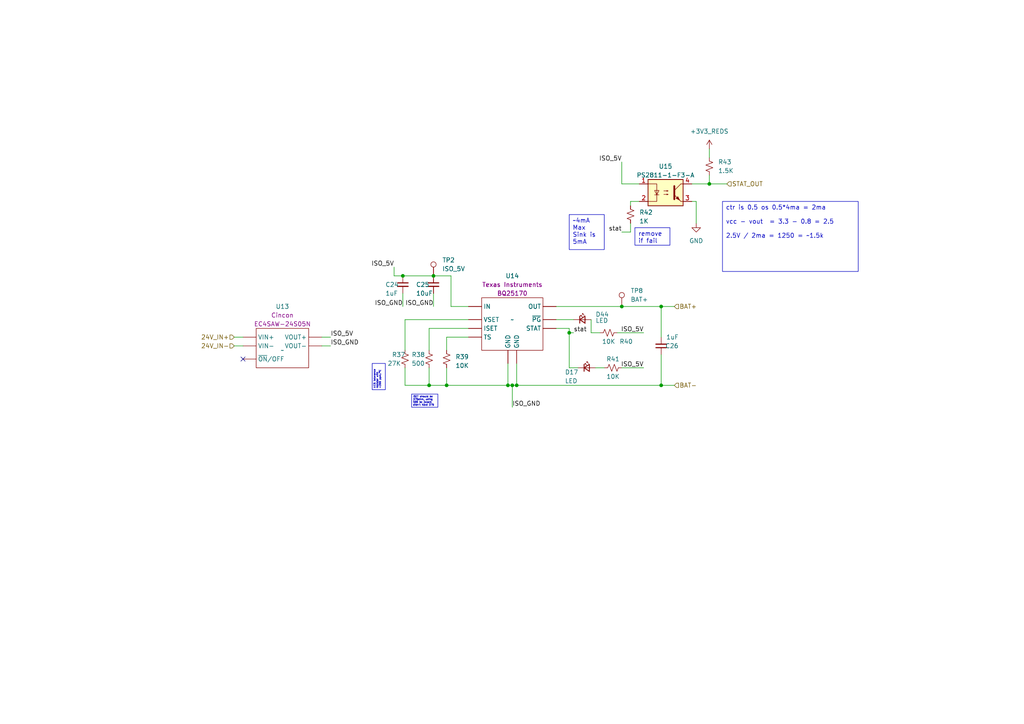
<source format=kicad_sch>
(kicad_sch (version 20250114) (generator "eeschema") (generator_version "9.0")
  (paper "A4")
  (lib_symbols
    (symbol "BQ25170_1" (pin_numbers (hide yes))
      (property "Reference" "U" (at 0 8.89 0))
      (property "Manufacturer" "TI" (at 0 0 0))
      (property "Part #" "BQ25170" (at 0 0 0))
      (symbol "BQ25170_1_0_1"
        (rectangle (start -8.89 7.62) (end 8.89 -7.62))
      )
      (symbol "BQ25170_1_1_1"
        (pin power_in line (at -12.7 5.08 0) (length 3.81) (name "IN") (number "1"))
        (pin input line (at -12.7 1.27 0) (length 3.81) (name "VSET") (number "7"))
        (pin input line (at -12.7 -1.27 0) (length 3.81) (name "ISET") (number "2"))
        (pin input line (at -12.7 -3.81 0) (length 3.81) (name "TS") (number "3"))
        (pin power_in line (at -1.27 -11.43 90) (length 3.81) (name "GND") (number "4"))
        (pin power_in line (at 1.27 -11.43 90) (length 3.81) (name "GND") (number "9"))
        (pin power_out line (at 12.7 5.08 180) (length 3.81) (name "OUT") (number "8"))
        (pin output line (at 12.7 1.27 180) (length 3.81) (name "~{PG}") (number "6"))
        (pin output line (at 12.7 -1.27 180) (length 3.81) (name "STAT") (number "5"))
      )
    )
    (symbol "Connector:TestPoint" (pin_numbers (hide yes)) (pin_names (offset 0.762) (hide yes))
      (property "Reference" "TP" (at 0 6.858 0))
      (property "Value" "TestPoint" (at 0 5.08 0))
      (symbol "TestPoint_0_1"
        (circle (center 0 3.302) (radius 0.762))
      )
      (symbol "TestPoint_1_1"
        (pin passive line (at 0 0 90) (length 2.54) (name "1") (number "1"))
      )
    )
    (symbol "Device:C_Small" (pin_numbers (hide yes)) (pin_names (offset 0.254) (hide yes))
      (property "Reference" "C" (at 0.254 1.778 0))
      (property "Value" "C_Small" (at 0.254 -2.032 0))
      (symbol "C_Small_0_1"
        (polyline (pts (xy -1.524 0.508) (xy 1.524 0.508)) (stroke (width 0.3048)))
        (polyline (pts (xy -1.524 -0.508) (xy 1.524 -0.508)) (stroke (width 0.3302)))
      )
      (symbol "C_Small_1_1"
        (pin passive line (at 0 2.54 270) (length 2.032) (name "~") (number "1"))
        (pin passive line (at 0 -2.54 90) (length 2.032) (name "~") (number "2"))
      )
    )
    (symbol "Device:LED_Small" (pin_numbers (hide yes)) (pin_names (offset 0.254) (hide yes))
      (property "Reference" "D" (at -1.27 3.175 0))
      (property "Value" "LED_Small" (at -4.445 -2.54 0))
      (symbol "LED_Small_0_1"
        (polyline (pts (xy -0.762 -1.016) (xy -0.762 1.016)) (stroke (width 0.254)))
        (polyline (pts (xy 0 0.762) (xy -0.508 1.27) (xy -0.254 1.27) (xy -0.508 1.27) (xy -0.508 1.016)))
        (polyline (pts (xy 0.508 1.27) (xy 0 1.778) (xy 0.254 1.778) (xy 0 1.778) (xy 0 1.524)))
        (polyline (pts (xy 0.762 -1.016) (xy -0.762 0) (xy 0.762 1.016) (xy 0.762 -1.016)) (stroke (width 0.254)))
        (polyline (pts (xy 1.016 0) (xy -0.762 0)))
      )
      (symbol "LED_Small_1_1"
        (pin passive line (at -2.54 0 0) (length 1.778) (name "K") (number "1"))
        (pin passive line (at 2.54 0 180) (length 1.778) (name "A") (number "2"))
      )
    )
    (symbol "Device:R_Small_US" (pin_numbers (hide yes)) (pin_names (offset 0.254) (hide yes))
      (property "Reference" "R" (at 0.762 0.508 0))
      (property "Value" "R_Small_US" (at 0.762 -1.016 0))
      (symbol "R_Small_US_1_1"
        (polyline (pts (xy 0 1.524) (xy 1.016 1.143) (xy 0 0.762) (xy -1.016 0.381) (xy 0 0)))
        (polyline (pts (xy 0 0) (xy 1.016 -0.381) (xy 0 -0.762) (xy -1.016 -1.143) (xy 0 -1.524)))
        (pin passive line (at 0 2.54 270) (length 1.016) (name "~") (number "1"))
        (pin passive line (at 0 -2.54 90) (length 1.016) (name "~") (number "2"))
      )
    )
    (symbol "Isolator:VO615A-1" (pin_names (offset 0.762))
      (property "Reference" "U" (at 0 7.62 0))
      (property "Value" "VO615A-1" (at 0 5.08 0))
      (symbol "VO615A-1_0_1"
        (rectangle (start -5.08 3.81) (end 5.08 -3.81) (stroke (width 0.254)) (fill (type background)))
        (polyline (pts (xy -5.08 2.54) (xy -2.54 2.54) (xy -2.54 -2.54) (xy -5.08 -2.54)))
        (polyline (pts (xy -3.175 -0.635) (xy -1.905 -0.635)))
        (polyline (pts (xy -2.54 -0.635) (xy -3.175 0.635) (xy -1.905 0.635) (xy -2.54 -0.635)))
        (polyline (pts (xy -0.508 0.508) (xy 0.762 0.508) (xy 0.381 0.381) (xy 0.381 0.635) (xy 0.762 0.508)))
        (polyline (pts (xy -0.508 -0.508) (xy 0.762 -0.508) (xy 0.381 -0.635) (xy 0.381 -0.381) (xy 0.762 -0.508)))
        (polyline (pts (xy 2.54 1.905) (xy 2.54 -1.905) (xy 2.54 -1.905)) (stroke (width 0.508)))
        (polyline (pts (xy 2.54 0.635) (xy 4.445 2.54)))
        (polyline (pts (xy 3.048 -1.651) (xy 3.556 -1.143) (xy 4.064 -2.159) (xy 3.048 -1.651) (xy 3.048 -1.651)) (fill (type outline)))
        (polyline (pts (xy 4.445 2.54) (xy 5.08 2.54)))
        (polyline (pts (xy 4.445 -2.54) (xy 2.54 -0.635)) (fill (type outline)))
        (polyline (pts (xy 4.445 -2.54) (xy 5.08 -2.54)))
      )
      (symbol "VO615A-1_1_1"
        (pin passive line (at -7.62 2.54 0) (length 2.54) (name "~") (number "1"))
        (pin passive line (at -7.62 -2.54 0) (length 2.54) (name "~") (number "2"))
        (pin passive line (at 7.62 2.54 180) (length 2.54) (name "~") (number "4"))
        (pin passive line (at 7.62 -2.54 180) (length 2.54) (name "~") (number "3"))
      )
    )
    (symbol "UCIRP-KiCAD-Lib:EC4SAW-xxSxxN" (pin_numbers (hide yes))
      (property "Reference" "U" (at 0 6.35 0))
      (property "Manufacturer" "Cincon" (at 0 0 0))
      (property "Part #" "EC4SAW-xxSxxN" (at 0 0 0))
      (symbol "EC4SAW-xxSxxN_0_1"
        (rectangle (start -7.62 5.08) (end 7.62 -6.35))
      )
      (symbol "EC4SAW-xxSxxN_1_1"
        (pin power_in line (at -11.43 2.54 0) (length 3.81) (name "VIN+") (number "2"))
        (pin power_in line (at -11.43 0 0) (length 3.81) (name "VIN-") (number "1"))
        (pin input line (at -11.43 -3.81 0) (length 3.81) (name "~{ON}/OFF") (number "3"))
        (pin no_connect line (at 0 0 0) (length 3.81) (hide yes) (name "") (number "5"))
        (pin no_connect line (at 0 0 0) (length 3.81) (hide yes) (name "") (number "8"))
        (pin power_out line (at 11.43 2.54 180) (length 3.81) (name "VOUT+") (number "6"))
        (pin power_out line (at 11.43 0 180) (length 3.81) (name "VOUT-") (number "7"))
      )
    )
    (symbol "power:+3V3" (power) (pin_numbers (hide yes)) (pin_names (offset 0) (hide yes))
      (property "Value" "+3V3" (at 0 3.556 0))
      (symbol "+3V3_0_1"
        (polyline (pts (xy -0.762 1.27) (xy 0 2.54)))
        (polyline (pts (xy 0 2.54) (xy 0.762 1.27)))
        (polyline (pts (xy 0 0) (xy 0 2.54)))
      )
      (symbol "+3V3_1_1"
        (pin power_in line (at 0 0 90) (length 0) (name "~") (number "1"))
      )
    )
    (symbol "power:GND" (power) (pin_numbers (hide yes)) (pin_names (offset 0) (hide yes))
      (property "Value" "GND" (at 0 -3.81 0))
      (symbol "GND_0_1"
        (polyline (pts (xy 0 0) (xy 0 -1.27) (xy 1.27 -1.27) (xy 0 -2.54) (xy -1.27 -1.27) (xy 0 -1.27)))
      )
      (symbol "GND_1_1"
        (pin power_in line (at 0 0 270) (length 0) (name "~") (number "1"))
      )
    )
  )
  (text_box "remove if fail" (at 184.15 66.04 0) (size 10.16 5.08) (margins 0.9525 0.9525 0.9525 0.9525) (effects (font (size 1.27 1.27)) (justify left top)))
  (text_box "ctr is 0.5 os 0.5*4ma = 2ma\n\nvcc - vout  = 3.3 - 0.8 = 2.5\n\n2.5V / 2ma = 1250 = ~1.5k" (at 209.55 58.42 0) (size 39.37 20.32) (margins 0.9525 0.9525 0.9525 0.9525) (effects (font (size 1.27 1.27)) (justify left top)))
  (text_box "ISET should be 375ohm, using 500 bc jlcpcb didn't have 375" (at 119.38 114.3 0) (size 7.62 3.81) (margins 0.375 0.375 0.375 0.375) (effects (font (size 0.5 0.5)) (justify left top)))
  (text_box "~4mA\nMax Sink is 5mA" (at 165.1 62.23 0) (size 10.16 10.16) (margins 0.9525 0.9525 0.9525 0.9525) (effects (font (size 1.27 1.27)) (justify left top)))
  (text_box "±1% tolerance resistor with <200 ppm/ºC" (at 107.95 105.41 90) (size 3.81 7.62) (margins 0.375 0.375 0.375 0.375) (effects (font (size 0.5 0.5)) (justify left top)))
  (junction (at 129.54 111.76))
  (junction (at 180.34 88.9))
  (junction (at 149.86 111.76))
  (junction (at 147.32 111.76))
  (junction (at 191.77 88.9))
  (junction (at 205.74 53.34))
  (junction (at 148.59 111.76))
  (junction (at 191.77 111.76))
  (junction (at 124.46 111.76))
  (junction (at 125.73 80.01))
  (junction (at 165.1 96.52))
  (junction (at 116.84 80.01))
  (no_connect (at 70.485 104.14))
  (wire (pts (xy 171.45 92.71) (xy 171.45 96.52)))
  (wire (pts (xy 129.54 111.76) (xy 147.32 111.76)))
  (wire (pts (xy 147.32 111.76) (xy 148.59 111.76)))
  (wire (pts (xy 182.88 64.77) (xy 182.88 67.31)))
  (wire (pts (xy 165.1 96.52) (xy 165.1 106.68)))
  (wire (pts (xy 148.59 111.76) (xy 148.59 118.11)))
  (wire (pts (xy 149.86 105.41) (xy 149.86 111.76)))
  (wire (pts (xy 180.34 106.68) (xy 186.69 106.68)))
  (wire (pts (xy 165.1 95.25) (xy 165.1 96.52)))
  (wire (pts (xy 125.73 85.09) (xy 125.73 88.9)))
  (wire (pts (xy 117.475 92.71) (xy 117.475 101.6)))
  (wire (pts (xy 125.73 80.01) (xy 130.81 80.01)))
  (wire (pts (xy 165.1 106.68) (xy 167.64 106.68)))
  (wire (pts (xy 185.42 58.42) (xy 182.88 58.42)))
  (wire (pts (xy 124.46 95.25) (xy 135.89 95.25)))
  (wire (pts (xy 161.29 92.71) (xy 166.37 92.71)))
  (wire (pts (xy 161.29 95.25) (xy 165.1 95.25)))
  (wire (pts (xy 67.945 100.33) (xy 70.485 100.33)))
  (wire (pts (xy 179.07 96.52) (xy 186.69 96.52)))
  (wire (pts (xy 129.54 97.79) (xy 129.54 101.6)))
  (wire (pts (xy 130.81 80.01) (xy 130.81 88.9)))
  (wire (pts (xy 117.475 111.76) (xy 124.46 111.76)))
  (wire (pts (xy 116.84 80.01) (xy 125.73 80.01)))
  (wire (pts (xy 124.46 106.68) (xy 124.46 111.76)))
  (wire (pts (xy 166.37 96.52) (xy 165.1 96.52)))
  (wire (pts (xy 191.77 111.76) (xy 195.58 111.76)))
  (wire (pts (xy 172.72 106.68) (xy 175.26 106.68)))
  (wire (pts (xy 191.77 102.87) (xy 191.77 111.76)))
  (wire (pts (xy 180.34 46.99) (xy 180.34 53.34)))
  (wire (pts (xy 114.3 77.47) (xy 114.3 80.01)))
  (wire (pts (xy 135.89 92.71) (xy 117.475 92.71)))
  (wire (pts (xy 205.74 43.18) (xy 205.74 45.72)))
  (wire (pts (xy 129.54 106.68) (xy 129.54 111.76)))
  (wire (pts (xy 200.66 58.42) (xy 201.93 58.42)))
  (wire (pts (xy 191.77 88.9) (xy 191.77 97.79)))
  (wire (pts (xy 117.475 106.68) (xy 117.475 111.76)))
  (wire (pts (xy 182.88 58.42) (xy 182.88 59.69)))
  (wire (pts (xy 149.86 111.76) (xy 191.77 111.76)))
  (wire (pts (xy 180.34 53.34) (xy 185.42 53.34)))
  (wire (pts (xy 116.84 88.9) (xy 116.84 85.09)))
  (wire (pts (xy 93.345 100.33) (xy 95.885 100.33)))
  (wire (pts (xy 148.59 111.76) (xy 149.86 111.76)))
  (wire (pts (xy 124.46 95.25) (xy 124.46 101.6)))
  (wire (pts (xy 147.32 105.41) (xy 147.32 111.76)))
  (wire (pts (xy 130.81 88.9) (xy 135.89 88.9)))
  (wire (pts (xy 171.45 96.52) (xy 173.99 96.52)))
  (wire (pts (xy 93.345 97.79) (xy 95.885 97.79)))
  (wire (pts (xy 161.29 88.9) (xy 180.34 88.9)))
  (wire (pts (xy 205.74 53.34) (xy 210.82 53.34)))
  (wire (pts (xy 114.3 80.01) (xy 116.84 80.01)))
  (wire (pts (xy 135.89 97.79) (xy 129.54 97.79)))
  (wire (pts (xy 191.77 88.9) (xy 195.58 88.9)))
  (wire (pts (xy 67.945 97.79) (xy 70.485 97.79)))
  (wire (pts (xy 205.74 50.8) (xy 205.74 53.34)))
  (wire (pts (xy 182.88 67.31) (xy 180.34 67.31)))
  (wire (pts (xy 124.46 111.76) (xy 129.54 111.76)))
  (wire (pts (xy 180.34 88.9) (xy 191.77 88.9)))
  (wire (pts (xy 201.93 58.42) (xy 201.93 64.77)))
  (wire (pts (xy 205.74 53.34) (xy 200.66 53.34)))
  (label "ISO_5V" (at 186.69 106.68 180))
  (label "ISO_GND" (at 148.59 118.11 0))
  (label "ISO_GND" (at 125.73 88.9 180))
  (label "ISO_5V" (at 114.3 77.47 180))
  (label "ISO_GND" (at 95.885 100.33 0))
  (label "stat" (at 166.37 96.52 0))
  (label "ISO_GND" (at 116.84 88.9 180))
  (label "ISO_5V" (at 95.885 97.79 0))
  (label "stat" (at 180.34 67.31 180))
  (label "ISO_5V" (at 180.34 46.99 180))
  (label "ISO_5V" (at 186.69 96.52 180))
  (hierarchical_label "24V_IN+" (shape input) (at 67.945 97.79 180))
  (hierarchical_label "STAT_OUT" (shape input) (at 210.82 53.34 0))
  (hierarchical_label "BAT-" (shape input) (at 195.58 111.76 0))
  (hierarchical_label "24V_IN-" (shape input) (at 67.945 100.33 180))
  (hierarchical_label "BAT+" (shape input) (at 195.58 88.9 0))
  (symbol (lib_id "power:+3V3") (at 205.74 43.18 0) (unit 1)
    (property "Reference" "#PWR035" (effects (hide yes)))
    (property "Value" "+3V3_REDS" (at 205.74 38.1 0))
    (property "Description" "Power symbol creates a global label with name \"+3V3\"" (effects (hide yes)))
    (instances (project "rocket2-ecu" (path "" (reference "#PWR036") (unit 1)) (path "" (reference "#PWR035") (unit 1)) (path "" (reference "#PWR088") (unit 1)) (path "" (reference "#PWR039") (unit 1)) (path "" (reference "#PWR038") (unit 1)) (path "" (reference "#PWR037") (unit 1))))
  )
  (symbol (lib_id "Device:R_Small_US") (at 182.88 62.23 0) (unit 1)
    (property "Reference" "R35" (at 185.42 61.595 0) (effects (justify left)))
    (property "Value" "1K" (at 185.42 64.135 0) (effects (justify left)))
    (property "Footprint" "Resistor_SMD:R_0402_1005Metric" (effects (hide yes)))
    (property "Description" "Resistor, small US symbol" (effects (hide yes)))
    (property "Part #" "Generic RES SMD 1K OHM 1% 1/16W 0402" (effects (hide yes)))
    (property "Manufacturer" "Generic" (effects (hide yes)))
    (instances (project "rocket2-ecu" (path "" (reference "R42") (unit 1)) (path "" (reference "R35") (unit 1)) (path "" (reference "R70") (unit 1)) (path "" (reference "R63") (unit 1)) (path "" (reference "R56") (unit 1)) (path "" (reference "R49") (unit 1))))
  )
  (symbol (lib_id "power:GND") (at 201.93 64.77 0) (unit 1)
    (property "Reference" "#PWR087" (effects (hide yes)))
    (property "Value" "GND" (at 201.93 69.85 0))
    (property "Description" "Power symbol creates a global label with name \"GND\" , ground" (effects (hide yes)))
    (instances (project "rocket2-ecu" (path "" (reference "#PWR089") (unit 1)) (path "" (reference "#PWR087") (unit 1)) (path "" (reference "#PWR097") (unit 1)) (path "" (reference "#PWR095") (unit 1)) (path "" (reference "#PWR093") (unit 1)) (path "" (reference "#PWR091") (unit 1))))
  )
  (symbol (lib_id "Connector:TestPoint") (at 180.34 88.9 0) (unit 1)
    (property "Reference" "TP7" (at 182.88 84.3279 0) (effects (justify left)))
    (property "Value" "BAT+" (at 182.88 86.8679 0) (effects (justify left)))
    (property "Footprint" "TestPoint:TestPoint_Plated_Hole_D2.0mm" (effects (hide yes)))
    (property "Description" "test point" (effects (hide yes)))
    (instances (project "rocket2-ecu" (path "" (reference "TP8") (unit 1)) (path "" (reference "TP7") (unit 1)) (path "" (reference "TP12") (unit 1)) (path "" (reference "TP11") (unit 1)) (path "" (reference "TP10") (unit 1)) (path "" (reference "TP9") (unit 1))))
  )
  (symbol (lib_id "UCIRP-KiCAD-Lib:EC4SAW-xxSxxN") (at 81.915 100.33 0) (unit 1)
    (property "Reference" "U10" (at 81.915 88.9 0))
    (property "Value" "~" (at 81.915 101.6 0))
    (property "Footprint" "0UCIRP-KiCAD-Lib:EC4SAW-xxSxxN" (effects (hide yes)))
    (property "Datasheet" "https://www.cincon.com/productdownload/Datasheet-EC4SAW-series.pdf" (effects (hide yes)))
    (property "Manufacturer" "Cincon" (at 81.915 91.44 0))
    (property "Part #" "EC4SAW-24S05N" (at 81.915 93.98 0))
    (instances (project "rocket2-ecu" (path "" (reference "U13") (unit 1)) (path "" (reference "U10") (unit 1)) (path "" (reference "U25") (unit 1)) (path "" (reference "U22") (unit 1)) (path "" (reference "U19") (unit 1)) (path "" (reference "U16") (unit 1))) (project "rocket2-battery" (path "" (reference "U6") (unit 1)) (path "" (reference "U4") (unit 1)) (path "" (reference "U14") (unit 1)) (path "" (reference "U12") (unit 1)) (path "" (reference "U10") (unit 1)) (path "" (reference "U8") (unit 1))))
  )
  (symbol (lib_id "Device:R_Small_US") (at 176.53 96.52 90) (unit 1)
    (property "Reference" "R33" (at 181.61 99.06 90))
    (property "Value" "10K" (at 176.53 99.06 90))
    (property "Footprint" "Resistor_SMD:R_0402_1005Metric" (effects (hide yes)))
    (property "Description" "Resistor, small US symbol" (effects (hide yes)))
    (property "Manufacturer" "Generic" (effects (hide yes)))
    (property "Part #" "Generic RES SMD 10K OHM 1% 1/4W 0402" (effects (hide yes)))
    (instances (project "rocket2-ecu" (path "" (reference "R40") (unit 1)) (path "" (reference "R33") (unit 1)) (path "" (reference "R68") (unit 1)) (path "" (reference "R61") (unit 1)) (path "" (reference "R54") (unit 1)) (path "" (reference "R47") (unit 1))) (project "rocket2-battery" (path "" (reference "R27") (unit 1)) (path "" (reference "R21") (unit 1)) (path "" (reference "R51") (unit 1)) (path "" (reference "R45") (unit 1)) (path "" (reference "R39") (unit 1)) (path "" (reference "R33") (unit 1))))
  )
  (symbol (lib_id "Connector:TestPoint") (at 125.73 80.01 0) (unit 1)
    (property "Reference" "TP1" (at 128.27 75.4379 0) (effects (justify left)))
    (property "Value" "ISO_5V" (at 128.27 77.9779 0) (effects (justify left)))
    (property "Footprint" "TestPoint:TestPoint_Plated_Hole_D2.0mm" (effects (hide yes)))
    (property "Description" "test point" (effects (hide yes)))
    (instances (project "" (path "" (reference "TP2") (unit 1)) (path "" (reference "TP1") (unit 1)) (path "" (reference "TP6") (unit 1)) (path "" (reference "TP5") (unit 1)) (path "" (reference "TP4") (unit 1)) (path "" (reference "TP3") (unit 1))))
  )
  (symbol (lib_id "Device:C_Small") (at 116.84 82.55 0) (unit 1)
    (property "Reference" "C21" (at 111.76 82.55 0) (effects (justify left)))
    (property "Value" "1uF" (at 111.76 85.09 0) (effects (justify left)))
    (property "Footprint" "Capacitor_SMD:C_0603_1608Metric" (effects (hide yes)))
    (property "Description" "Unpolarized capacitor, small symbol" (effects (hide yes)))
    (property "Manufacturer" "Generic" (effects (hide yes)))
    (property "Part #" "Generic CAP CER 1UF 50V X7R 0603" (effects (hide yes)))
    (instances (project "rocket2-ecu" (path "" (reference "C24") (unit 1)) (path "" (reference "C21") (unit 1)) (path "" (reference "C36") (unit 1)) (path "" (reference "C33") (unit 1)) (path "" (reference "C30") (unit 1)) (path "" (reference "C27") (unit 1))) (project "rocket2-battery" (path "" (reference "C1") (unit 1)) (path "" (reference "C14") (unit 1)) (path "" (reference "C11") (unit 1)) (path "" (reference "C26") (unit 1)) (path "" (reference "C23") (unit 1)) (path "" (reference "C20") (unit 1)) (path "" (reference "C17") (unit 1))))
  )
  (symbol (lib_id "Device:C_Small") (at 191.77 100.33 180) (unit 1)
    (property "Reference" "C23" (at 196.85 100.33 0) (effects (justify left)))
    (property "Value" "1uF" (at 196.85 97.79 0) (effects (justify left)))
    (property "Footprint" "Capacitor_SMD:C_0603_1608Metric" (effects (hide yes)))
    (property "Description" "Unpolarized capacitor, small symbol" (effects (hide yes)))
    (property "Manufacturer" "Generic" (effects (hide yes)))
    (property "Part #" "Generic CAP CER 1UF 50V X7R 0603" (effects (hide yes)))
    (instances (project "rocket2-ecu" (path "" (reference "C26") (unit 1)) (path "" (reference "C23") (unit 1)) (path "" (reference "C38") (unit 1)) (path "" (reference "C35") (unit 1)) (path "" (reference "C32") (unit 1)) (path "" (reference "C29") (unit 1))) (project "rocket2-battery" (path "" (reference "C1") (unit 1)) (path "" (reference "C16") (unit 1)) (path "" (reference "C13") (unit 1)) (path "" (reference "C28") (unit 1)) (path "" (reference "C25") (unit 1)) (path "" (reference "C22") (unit 1)) (path "" (reference "C19") (unit 1))))
  )
  (symbol (lib_id "Device:R_Small_US") (at 205.74 48.26 0) (unit 1)
    (property "Reference" "R36" (at 208.28 46.9899 0) (effects (justify left)))
    (property "Value" "1.5K" (at 208.28 49.5299 0) (effects (justify left)))
    (property "Footprint" "Resistor_SMD:R_0402_1005Metric" (effects (hide yes)))
    (property "Description" "Resistor, small US symbol" (effects (hide yes)))
    (property "Part #" "Generic RES SMD 1.5K OHM 0.1% 1/16W 0402" (effects (hide yes)))
    (property "Manufacturer" "Generic" (effects (hide yes)))
    (instances (project "rocket2-ecu" (path "" (reference "R43") (unit 1)) (path "" (reference "R36") (unit 1)) (path "" (reference "R71") (unit 1)) (path "" (reference "R64") (unit 1)) (path "" (reference "R57") (unit 1)) (path "" (reference "R50") (unit 1))))
  )
  (symbol (lib_id "Isolator:VO615A-1") (at 193.04 55.88 0) (unit 1)
    (property "Reference" "U12" (at 193.04 48.26 0))
    (property "Value" "PS2811-1-F3-A" (at 193.04 50.8 0))
    (property "Footprint" "Package_SO:SOP-4_4.4x2.6mm_P1.27mm" (effects (hide yes)))
    (property "Datasheet" "http://www.vishay.com/docs/81753/vo615a.pdf" (effects (hide yes)))
    (property "Description" "DC Optocoupler, Vce 70V, CTR 40-80% @ 10mA, Viso 5000Vrms, DIP4" (effects (hide yes)))
    (property "Manufacturer" "  CEL" (effects (hide yes)))
    (property "Part #" "PS2811-1-F3-A" (effects (hide yes)))
    (instances (project "rocket2-ecu" (path "" (reference "U15") (unit 1)) (path "" (reference "U12") (unit 1)) (path "" (reference "U27") (unit 1)) (path "" (reference "U24") (unit 1)) (path "" (reference "U21") (unit 1)) (path "" (reference "U18") (unit 1))))
  )
  (symbol (lib_id "Device:R_Small_US") (at 177.8 106.68 90) (unit 1)
    (property "Reference" "R34" (at 177.8 104.14 90))
    (property "Value" "10K" (at 177.8 109.22 90))
    (property "Footprint" "Resistor_SMD:R_0402_1005Metric" (effects (hide yes)))
    (property "Description" "Resistor, small US symbol" (effects (hide yes)))
    (property "Manufacturer" "Generic" (effects (hide yes)))
    (property "Part #" "Generic RES SMD 10K OHM 1% 1/4W 0402" (effects (hide yes)))
    (instances (project "rocket2-ecu" (path "" (reference "R41") (unit 1)) (path "" (reference "R34") (unit 1)) (path "" (reference "R69") (unit 1)) (path "" (reference "R62") (unit 1)) (path "" (reference "R55") (unit 1)) (path "" (reference "R48") (unit 1))) (project "rocket2-battery" (path "" (reference "R26") (unit 1)) (path "" (reference "R20") (unit 1)) (path "" (reference "R50") (unit 1)) (path "" (reference "R44") (unit 1)) (path "" (reference "R38") (unit 1)) (path "" (reference "R32") (unit 1))))
  )
  (symbol (lib_id "Device:R_Small_US") (at 117.475 104.14 0) (unit 1)
    (property "Reference" "R30" (at 113.665 102.87 0) (effects (justify left)))
    (property "Value" "27K" (at 112.395 105.41 0) (effects (justify left)))
    (property "Footprint" "Resistor_SMD:R_0603_1608Metric" (effects (hide yes)))
    (property "Description" "Resistor, small US symbol" (effects (hide yes)))
    (property "Manufacturer" "Bourns Inc." (effects (hide yes)))
    (property "Part #" "CR0603-FX-2702ELF" (effects (hide yes)))
    (instances (project "rocket2-ecu" (path "" (reference "R37") (unit 1)) (path "" (reference "R30") (unit 1)) (path "" (reference "R65") (unit 1)) (path "" (reference "R58") (unit 1)) (path "" (reference "R51") (unit 1)) (path "" (reference "R44") (unit 1))) (project "rocket2-battery" (path "" (reference "R22") (unit 1)) (path "" (reference "R16") (unit 1)) (path "" (reference "R46") (unit 1)) (path "" (reference "R40") (unit 1)) (path "" (reference "R34") (unit 1)) (path "" (reference "R28") (unit 1))))
  )
  (symbol (lib_id "Device:LED_Small") (at 168.91 92.71 0) (unit 1)
    (property "Reference" "D43" (at 172.72 91.186 0) (effects (justify left)))
    (property "Value" "LED" (at 172.72 92.964 0) (effects (justify left)))
    (property "Footprint" "LED_SMD:LED_0603_1608Metric_Pad1.05x0.95mm_HandSolder" (effects (hide yes)))
    (property "Description" "Light emitting diode, small symbol" (effects (hide yes)))
    (property "Manufacturer" "Generic" (effects (hide yes)))
    (property "Part #" "Generic 0603 Blue LED" (effects (hide yes)))
    (property "Sim.Pin" "1=K 2=A" (effects (hide yes)))
    (instances (project "rocket2-ecu" (path "" (reference "D44") (unit 1)) (path "" (reference "D43") (unit 1)) (path "" (reference "D48") (unit 1)) (path "" (reference "D47") (unit 1)) (path "" (reference "D46") (unit 1)) (path "" (reference "D45") (unit 1))))
  )
  (symbol (lib_id "Device:R_Small_US") (at 129.54 104.14 0) (unit 1)
    (property "Reference" "R32" (at 132.08 103.505 0) (effects (justify left)))
    (property "Value" "10K" (at 132.08 106.045 0) (effects (justify left)))
    (property "Footprint" "Resistor_SMD:R_0402_1005Metric" (effects (hide yes)))
    (property "Description" "Resistor, small US symbol" (effects (hide yes)))
    (property "Manufacturer" "Generic" (effects (hide yes)))
    (property "Part #" "Generic RES SMD 10K OHM 1% 1/4W 0402" (effects (hide yes)))
    (instances (project "rocket2-ecu" (path "" (reference "R39") (unit 1)) (path "" (reference "R32") (unit 1)) (path "" (reference "R67") (unit 1)) (path "" (reference "R60") (unit 1)) (path "" (reference "R53") (unit 1)) (path "" (reference "R46") (unit 1))) (project "rocket2-battery" (path "" (reference "R25") (unit 1)) (path "" (reference "R19") (unit 1)) (path "" (reference "R49") (unit 1)) (path "" (reference "R43") (unit 1)) (path "" (reference "R37") (unit 1)) (path "" (reference "R31") (unit 1))))
  )
  (symbol (lib_id "Device:R_Small_US") (at 124.46 104.14 180) (unit 1)
    (property "Reference" "R31" (at 119.38 102.87 0) (effects (justify right)))
    (property "Value" "500" (at 119.38 105.41 0) (effects (justify right)))
    (property "Footprint" "Resistor_SMD:R_0402_1005Metric" (effects (hide yes)))
    (property "Description" "Resistor, small US symbol" (effects (hide yes)))
    (property "Manufacturer" "Generic" (effects (hide yes)))
    (property "Part #" "Generic RES SMD 500 OHM 0.1% 1/16W 0402" (effects (hide yes)))
    (instances (project "rocket2-ecu" (path "" (reference "R38") (unit 1)) (path "" (reference "R31") (unit 1)) (path "" (reference "R66") (unit 1)) (path "" (reference "R59") (unit 1)) (path "" (reference "R52") (unit 1)) (path "" (reference "R45") (unit 1))) (project "rocket2-battery" (path "" (reference "R23") (unit 1)) (path "" (reference "R17") (unit 1)) (path "" (reference "R47") (unit 1)) (path "" (reference "R41") (unit 1)) (path "" (reference "R35") (unit 1)) (path "" (reference "R29") (unit 1))))
  )
  (symbol (lib_name "BQ25170_1") (lib_id "UCIRP-KiCAD-Lib:BQ25170") (at 148.59 93.98 0) (unit 1)
    (property "Reference" "U11" (at 148.59 80.01 0))
    (property "Value" "~" (at 148.59 92.71 0))
    (property "Footprint" "Package_SON:WSON-8-1EP_2x2mm_P0.5mm_EP0.9x1.6mm" (effects (hide yes)))
    (property "Datasheet" "https://www.ti.com/lit/ds/symlink/bq25170.pdf" (effects (hide yes)))
    (property "Manufacturer" "Texas Instruments" (at 148.59 82.55 0))
    (property "Part #" "BQ25170" (at 148.59 85.09 0))
    (instances (project "rocket2-ecu" (path "" (reference "U14") (unit 1)) (path "" (reference "U11") (unit 1)) (path "" (reference "U26") (unit 1)) (path "" (reference "U23") (unit 1)) (path "" (reference "U20") (unit 1)) (path "" (reference "U17") (unit 1))) (project "rocket2-battery" (path "" (reference "U7") (unit 1)) (path "" (reference "U5") (unit 1)) (path "" (reference "U15") (unit 1)) (path "" (reference "U13") (unit 1)) (path "" (reference "U11") (unit 1)) (path "" (reference "U9") (unit 1))))
  )
  (symbol (lib_id "Device:C_Small") (at 125.73 82.55 0) (unit 1)
    (property "Reference" "C22" (at 120.65 82.55 0) (effects (justify left)))
    (property "Value" "10uF" (at 120.65 85.09 0) (effects (justify left)))
    (property "Footprint" "Capacitor_SMD:C_0603_1608Metric" (effects (hide yes)))
    (property "Description" "Unpolarized capacitor, small symbol" (effects (hide yes)))
    (property "Manufacturer" "Generic" (effects (hide yes)))
    (property "Part #" "Generic CAP CER 10UF 50V X7R 0603" (effects (hide yes)))
    (instances (project "rocket2-ecu" (path "" (reference "C25") (unit 1)) (path "" (reference "C22") (unit 1)) (path "" (reference "C37") (unit 1)) (path "" (reference "C34") (unit 1)) (path "" (reference "C31") (unit 1)) (path "" (reference "C28") (unit 1))) (project "rocket2-battery" (path "" (reference "C2") (unit 1)) (path "" (reference "C15") (unit 1)) (path "" (reference "C12") (unit 1)) (path "" (reference "C27") (unit 1)) (path "" (reference "C24") (unit 1)) (path "" (reference "C21") (unit 1)) (path "" (reference "C18") (unit 1))))
  )
  (symbol (lib_id "Device:LED_Small") (at 170.18 106.68 0) (unit 1)
    (property "Reference" "D16" (at 163.83 107.95 0) (effects (justify left)))
    (property "Value" "LED" (at 163.83 110.49 0) (effects (justify left)))
    (property "Footprint" "LED_SMD:LED_0603_1608Metric_Pad1.05x0.95mm_HandSolder" (effects (hide yes)))
    (property "Description" "Light emitting diode, small symbol" (effects (hide yes)))
    (property "Manufacturer" "Generic" (effects (hide yes)))
    (property "Part #" "Generic 0603 Blue LED" (effects (hide yes)))
    (property "Sim.Pin" "1=K 2=A" (effects (hide yes)))
    (instances (project "rocket2-ecu" (path "" (reference "D17") (unit 1)) (path "" (reference "D16") (unit 1)) (path "" (reference "D21") (unit 1)) (path "" (reference "D20") (unit 1)) (path "" (reference "D19") (unit 1)) (path "" (reference "D18") (unit 1))) (project "rocket2-battery" (path "" (reference "D1") (unit 1)) (path "" (reference "D7") (unit 1)) (path "" (reference "D5") (unit 1)) (path "" (reference "D15") (unit 1)) (path "" (reference "D13") (unit 1)) (path "" (reference "D11") (unit 1)) (path "" (reference "D9") (unit 1))))
  )
)
</source>
